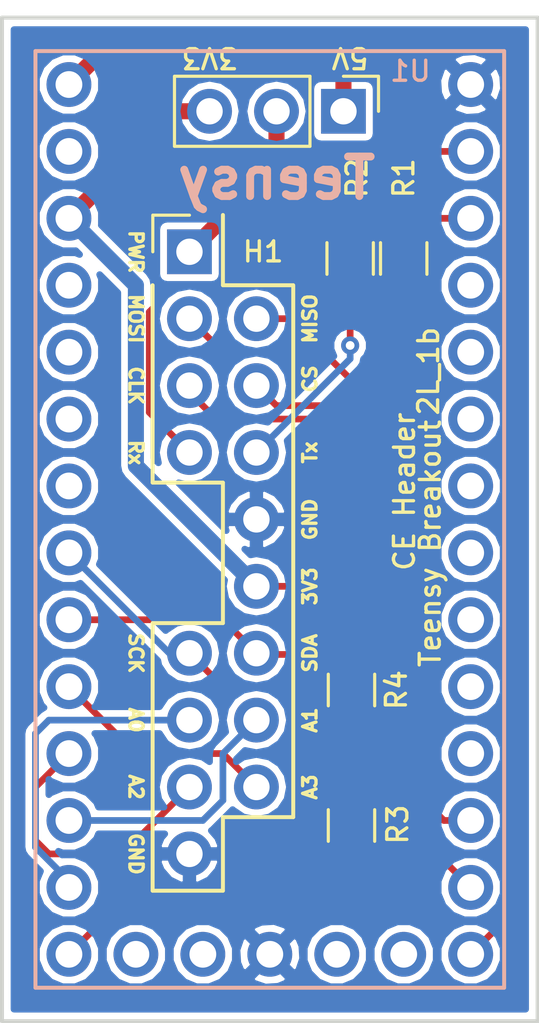
<source format=kicad_pcb>
(kicad_pcb (version 4) (host pcbnew 4.0.0-rc1-stable)

  (general
    (links 25)
    (no_connects 0)
    (area 95.174999 95.174999 115.645001 133.425001)
    (thickness 1.6)
    (drawings 26)
    (tracks 95)
    (zones 0)
    (modules 7)
    (nets 36)
  )

  (page A4)
  (layers
    (0 F.Cu signal)
    (31 B.Cu signal)
    (32 B.Adhes user)
    (33 F.Adhes user)
    (34 B.Paste user)
    (35 F.Paste user)
    (36 B.SilkS user)
    (37 F.SilkS user)
    (38 B.Mask user)
    (39 F.Mask user)
    (40 Dwgs.User user)
    (41 Cmts.User user)
    (42 Eco1.User user)
    (43 Eco2.User user)
    (44 Edge.Cuts user)
    (45 Margin user)
    (46 B.CrtYd user)
    (47 F.CrtYd user)
    (48 B.Fab user)
    (49 F.Fab user)
  )

  (setup
    (last_trace_width 0.254)
    (user_trace_width 0.254)
    (user_trace_width 0.3048)
    (user_trace_width 0.6096)
    (trace_clearance 0.1524)
    (zone_clearance 0.254)
    (zone_45_only no)
    (trace_min 0.1524)
    (segment_width 0.2)
    (edge_width 0.15)
    (via_size 0.6858)
    (via_drill 0.3302)
    (via_min_size 0.6858)
    (via_min_drill 0.3302)
    (uvia_size 0.3)
    (uvia_drill 0.1)
    (uvias_allowed no)
    (uvia_min_size 0.2)
    (uvia_min_drill 0.1)
    (pcb_text_width 0.3)
    (pcb_text_size 1.5 1.5)
    (mod_edge_width 0.15)
    (mod_text_size 0.762 0.762)
    (mod_text_width 0.127)
    (pad_size 1.524 1.524)
    (pad_drill 0.762)
    (pad_to_mask_clearance 0)
    (aux_axis_origin 0 0)
    (visible_elements 7FFEEFFF)
    (pcbplotparams
      (layerselection 0x010f0_80000001)
      (usegerberextensions false)
      (excludeedgelayer true)
      (linewidth 0.076200)
      (plotframeref false)
      (viasonmask false)
      (mode 1)
      (useauxorigin false)
      (hpglpennumber 1)
      (hpglpenspeed 20)
      (hpglpendiameter 15)
      (hpglpenoverlay 2)
      (psnegative false)
      (psa4output false)
      (plotreference true)
      (plotvalue false)
      (plotinvisibletext false)
      (padsonsilk false)
      (subtractmaskfromsilk false)
      (outputformat 1)
      (mirror false)
      (drillshape 0)
      (scaleselection 1)
      (outputdirectory gerbers/))
  )

  (net 0 "")
  (net 1 /5V)
  (net 2 /PWR_IO)
  (net 3 /3V3)
  (net 4 /DEVICE_RX)
  (net 5 /TEENCY_TX)
  (net 6 /TEENCY_RX)
  (net 7 /DEVICE_TX)
  (net 8 /SPI_CS)
  (net 9 /SPI_MOSI)
  (net 10 /SPI_MISO)
  (net 11 /SPI_CLK)
  (net 12 /AIO_0)
  (net 13 /AIO_1)
  (net 14 /AIO_2)
  (net 15 /AIO_3)
  (net 16 /I2C_DAT)
  (net 17 /I2C_SCLK)
  (net 18 /GND)
  (net 19 "Net-(U1-Pad2)")
  (net 20 "Net-(U1-Pad3)")
  (net 21 "Net-(U1-Pad4)")
  (net 22 "Net-(U1-Pad5)")
  (net 23 "Net-(U1-Pad6)")
  (net 24 "Net-(U1-Pad7)")
  (net 25 "Net-(U1-Pad8)")
  (net 26 "Net-(U1-Pad9)")
  (net 27 "Net-(U1-Pad20)")
  (net 28 "Net-(U1-Pad21)")
  (net 29 "Net-(U1-Pad22)")
  (net 30 "Net-(U1-Pad23)")
  (net 31 "Net-(U1-Pad25)")
  (net 32 "Net-(U1-Pad28)")
  (net 33 "Net-(U1-Pad29)")
  (net 34 "Net-(U1-Pad31)")
  (net 35 "Net-(U1-Pad32)")

  (net_class Default "This is the default net class."
    (clearance 0.1524)
    (trace_width 0.1524)
    (via_dia 0.6858)
    (via_drill 0.3302)
    (uvia_dia 0.3)
    (uvia_drill 0.1)
    (add_net /3V3)
    (add_net /5V)
    (add_net /AIO_0)
    (add_net /AIO_1)
    (add_net /AIO_2)
    (add_net /AIO_3)
    (add_net /DEVICE_RX)
    (add_net /DEVICE_TX)
    (add_net /GND)
    (add_net /I2C_DAT)
    (add_net /I2C_SCLK)
    (add_net /PWR_IO)
    (add_net /SPI_CLK)
    (add_net /SPI_CS)
    (add_net /SPI_MISO)
    (add_net /SPI_MOSI)
    (add_net /TEENCY_RX)
    (add_net /TEENCY_TX)
    (add_net "Net-(U1-Pad2)")
    (add_net "Net-(U1-Pad20)")
    (add_net "Net-(U1-Pad21)")
    (add_net "Net-(U1-Pad22)")
    (add_net "Net-(U1-Pad23)")
    (add_net "Net-(U1-Pad25)")
    (add_net "Net-(U1-Pad28)")
    (add_net "Net-(U1-Pad29)")
    (add_net "Net-(U1-Pad3)")
    (add_net "Net-(U1-Pad31)")
    (add_net "Net-(U1-Pad32)")
    (add_net "Net-(U1-Pad4)")
    (add_net "Net-(U1-Pad5)")
    (add_net "Net-(U1-Pad6)")
    (add_net "Net-(U1-Pad7)")
    (add_net "Net-(U1-Pad8)")
    (add_net "Net-(U1-Pad9)")
  )

  (module TeencyConverter:Pin_Header_Straight_1x03_Pitch2.54mm (layer F.Cu) (tedit 58DA1884) (tstamp 58DA168E)
    (at 108.204 98.806 270)
    (descr "Through hole straight pin header, 1x03, 2.54mm pitch, single row")
    (tags "Through hole pin header THT 1x03 2.54mm single row")
    (path /58C417C7)
    (fp_text reference P1 (at 2.54 5.842 360) (layer F.SilkS) hide
      (effects (font (size 0.762 0.762) (thickness 0.127)))
    )
    (fp_text value CONN_01X03 (at -2.54 2.54 360) (layer F.Fab)
      (effects (font (size 0.762 0.762) (thickness 0.127)))
    )
    (fp_line (start -1.27 -1.27) (end -1.27 6.35) (layer F.Fab) (width 0.1))
    (fp_line (start -1.27 6.35) (end 1.27 6.35) (layer F.Fab) (width 0.1))
    (fp_line (start 1.27 6.35) (end 1.27 -1.27) (layer F.Fab) (width 0.1))
    (fp_line (start 1.27 -1.27) (end -1.27 -1.27) (layer F.Fab) (width 0.1))
    (fp_line (start -1.33 1.27) (end -1.33 6.41) (layer F.SilkS) (width 0.12))
    (fp_line (start -1.33 6.41) (end 1.33 6.41) (layer F.SilkS) (width 0.12))
    (fp_line (start 1.33 6.41) (end 1.33 1.27) (layer F.SilkS) (width 0.12))
    (fp_line (start 1.33 1.27) (end -1.33 1.27) (layer F.SilkS) (width 0.12))
    (fp_line (start -1.33 0) (end -1.33 -1.33) (layer F.SilkS) (width 0.12))
    (fp_line (start -1.33 -1.33) (end 0 -1.33) (layer F.SilkS) (width 0.12))
    (fp_line (start -1.8 -1.8) (end -1.8 6.85) (layer F.CrtYd) (width 0.05))
    (fp_line (start -1.8 6.85) (end 1.8 6.85) (layer F.CrtYd) (width 0.05))
    (fp_line (start 1.8 6.85) (end 1.8 -1.8) (layer F.CrtYd) (width 0.05))
    (fp_line (start 1.8 -1.8) (end -1.8 -1.8) (layer F.CrtYd) (width 0.05))
    (pad 1 thru_hole rect (at 0 0 270) (size 1.7 1.7) (drill 1) (layers *.Cu *.Mask)
      (net 1 /5V))
    (pad 2 thru_hole oval (at 0 2.54 270) (size 1.7 1.7) (drill 1) (layers *.Cu *.Mask)
      (net 2 /PWR_IO))
    (pad 3 thru_hole oval (at 0 5.08 270) (size 1.7 1.7) (drill 1) (layers *.Cu *.Mask)
      (net 3 /3V3))
    (model ${KISYS3DMOD}/Pin_Headers.3dshapes/Pin_Header_Straight_1x03_Pitch2.54mm.wrl
      (at (xyz 0 -0.1 0))
      (scale (xyz 1 1 1))
      (rotate (xyz 0 0 90))
    )
  )

  (module Resistors_SMD:R_0805_HandSoldering (layer F.Cu) (tedit 58DA15D3) (tstamp 58DA1694)
    (at 110.49 104.394 90)
    (descr "Resistor SMD 0805, hand soldering")
    (tags "resistor 0805")
    (path /58D8069B)
    (attr smd)
    (fp_text reference R1 (at 3.048 0 90) (layer F.SilkS)
      (effects (font (size 0.762 0.762) (thickness 0.127)))
    )
    (fp_text value R (at 0 1.75 90) (layer F.Fab)
      (effects (font (size 0.762 0.762) (thickness 0.127)))
    )
    (fp_text user %R (at 0 -1.7 90) (layer F.Fab)
      (effects (font (size 0.762 0.762) (thickness 0.127)))
    )
    (fp_line (start -1 0.62) (end -1 -0.62) (layer F.Fab) (width 0.1))
    (fp_line (start 1 0.62) (end -1 0.62) (layer F.Fab) (width 0.1))
    (fp_line (start 1 -0.62) (end 1 0.62) (layer F.Fab) (width 0.1))
    (fp_line (start -1 -0.62) (end 1 -0.62) (layer F.Fab) (width 0.1))
    (fp_line (start 0.6 0.88) (end -0.6 0.88) (layer F.SilkS) (width 0.12))
    (fp_line (start -0.6 -0.88) (end 0.6 -0.88) (layer F.SilkS) (width 0.12))
    (fp_line (start -2.35 -0.9) (end 2.35 -0.9) (layer F.CrtYd) (width 0.05))
    (fp_line (start -2.35 -0.9) (end -2.35 0.9) (layer F.CrtYd) (width 0.05))
    (fp_line (start 2.35 0.9) (end 2.35 -0.9) (layer F.CrtYd) (width 0.05))
    (fp_line (start 2.35 0.9) (end -2.35 0.9) (layer F.CrtYd) (width 0.05))
    (pad 1 smd rect (at -1.35 0 90) (size 1.5 1.3) (layers F.Cu F.Paste F.Mask)
      (net 4 /DEVICE_RX))
    (pad 2 smd rect (at 1.35 0 90) (size 1.5 1.3) (layers F.Cu F.Paste F.Mask)
      (net 5 /TEENCY_TX))
    (model Resistors_SMD.3dshapes/R_0805.wrl
      (at (xyz 0 0 0))
      (scale (xyz 1 1 1))
      (rotate (xyz 0 0 0))
    )
  )

  (module Resistors_SMD:R_0805_HandSoldering (layer F.Cu) (tedit 58DA15D7) (tstamp 58DA169A)
    (at 108.458 104.394 270)
    (descr "Resistor SMD 0805, hand soldering")
    (tags "resistor 0805")
    (path /58D80714)
    (attr smd)
    (fp_text reference R2 (at -3.048 -0.254 270) (layer F.SilkS)
      (effects (font (size 0.762 0.762) (thickness 0.127)))
    )
    (fp_text value R (at 0 1.75 270) (layer F.Fab)
      (effects (font (size 0.762 0.762) (thickness 0.127)))
    )
    (fp_text user %R (at 0 -1.7 270) (layer F.Fab)
      (effects (font (size 0.762 0.762) (thickness 0.127)))
    )
    (fp_line (start -1 0.62) (end -1 -0.62) (layer F.Fab) (width 0.1))
    (fp_line (start 1 0.62) (end -1 0.62) (layer F.Fab) (width 0.1))
    (fp_line (start 1 -0.62) (end 1 0.62) (layer F.Fab) (width 0.1))
    (fp_line (start -1 -0.62) (end 1 -0.62) (layer F.Fab) (width 0.1))
    (fp_line (start 0.6 0.88) (end -0.6 0.88) (layer F.SilkS) (width 0.12))
    (fp_line (start -0.6 -0.88) (end 0.6 -0.88) (layer F.SilkS) (width 0.12))
    (fp_line (start -2.35 -0.9) (end 2.35 -0.9) (layer F.CrtYd) (width 0.05))
    (fp_line (start -2.35 -0.9) (end -2.35 0.9) (layer F.CrtYd) (width 0.05))
    (fp_line (start 2.35 0.9) (end 2.35 -0.9) (layer F.CrtYd) (width 0.05))
    (fp_line (start 2.35 0.9) (end -2.35 0.9) (layer F.CrtYd) (width 0.05))
    (pad 1 smd rect (at -1.35 0 270) (size 1.5 1.3) (layers F.Cu F.Paste F.Mask)
      (net 6 /TEENCY_RX))
    (pad 2 smd rect (at 1.35 0 270) (size 1.5 1.3) (layers F.Cu F.Paste F.Mask)
      (net 7 /DEVICE_TX))
    (model Resistors_SMD.3dshapes/R_0805.wrl
      (at (xyz 0 0 0))
      (scale (xyz 1 1 1))
      (rotate (xyz 0 0 0))
    )
  )

  (module TeencyConverter:Teensy-32 (layer B.Cu) (tedit 58DA18A6) (tstamp 58DA16BF)
    (at 105.41 113.03 180)
    (path /58D95B37)
    (fp_text reference U1 (at -5.334 15.748 180) (layer B.SilkS)
      (effects (font (size 0.762 0.762) (thickness 0.127)) (justify mirror))
    )
    (fp_text value Teensy-3.2 (at 0 17.78 180) (layer B.Fab)
      (effects (font (size 0.762 0.762) (thickness 0.127)) (justify mirror))
    )
    (fp_line (start -8.89 16.51) (end 8.89 16.51) (layer B.SilkS) (width 0.15))
    (fp_line (start 8.89 16.51) (end 8.89 -19.05) (layer B.SilkS) (width 0.15))
    (fp_line (start 8.89 -19.05) (end -8.89 -19.05) (layer B.SilkS) (width 0.15))
    (fp_line (start -8.89 -19.05) (end -8.89 16.51) (layer B.SilkS) (width 0.15))
    (pad 0 thru_hole circle (at -7.62 12.7 180) (size 1.7018 1.7018) (drill 1.016) (layers *.Cu *.Mask)
      (net 6 /TEENCY_RX))
    (pad 1 thru_hole circle (at -7.62 10.16 180) (size 1.7018 1.7018) (drill 1.016) (layers *.Cu *.Mask)
      (net 5 /TEENCY_TX))
    (pad 2 thru_hole circle (at -7.62 7.62 180) (size 1.7018 1.7018) (drill 1.016) (layers *.Cu *.Mask)
      (net 19 "Net-(U1-Pad2)"))
    (pad 3 thru_hole circle (at -7.62 5.08 180) (size 1.7018 1.7018) (drill 1.016) (layers *.Cu *.Mask)
      (net 20 "Net-(U1-Pad3)"))
    (pad 4 thru_hole circle (at -7.62 2.54 180) (size 1.7018 1.7018) (drill 1.016) (layers *.Cu *.Mask)
      (net 21 "Net-(U1-Pad4)"))
    (pad 5 thru_hole circle (at -7.62 0 180) (size 1.7018 1.7018) (drill 1.016) (layers *.Cu *.Mask)
      (net 22 "Net-(U1-Pad5)"))
    (pad 6 thru_hole circle (at -7.62 -2.54 180) (size 1.7018 1.7018) (drill 1.016) (layers *.Cu *.Mask)
      (net 23 "Net-(U1-Pad6)"))
    (pad 7 thru_hole circle (at -7.62 -5.08 180) (size 1.7018 1.7018) (drill 1.016) (layers *.Cu *.Mask)
      (net 24 "Net-(U1-Pad7)"))
    (pad 8 thru_hole circle (at -7.62 -7.62 180) (size 1.7018 1.7018) (drill 1.016) (layers *.Cu *.Mask)
      (net 25 "Net-(U1-Pad8)"))
    (pad 9 thru_hole circle (at -7.62 -10.16 180) (size 1.7018 1.7018) (drill 1.016) (layers *.Cu *.Mask)
      (net 26 "Net-(U1-Pad9)"))
    (pad 10 thru_hole circle (at -7.62 -12.7 180) (size 1.7018 1.7018) (drill 1.016) (layers *.Cu *.Mask)
      (net 8 /SPI_CS))
    (pad 11 thru_hole circle (at -7.62 -15.24 180) (size 1.7018 1.7018) (drill 1.016) (layers *.Cu *.Mask)
      (net 9 /SPI_MOSI))
    (pad 12 thru_hole circle (at -7.62 -17.78 180) (size 1.7018 1.7018) (drill 1.016) (layers *.Cu *.Mask)
      (net 10 /SPI_MISO))
    (pad 13 thru_hole circle (at 7.62 -17.78 180) (size 1.7018 1.7018) (drill 1.016) (layers *.Cu *.Mask)
      (net 11 /SPI_CLK))
    (pad 14 thru_hole circle (at 7.62 -15.24 180) (size 1.7018 1.7018) (drill 1.016) (layers *.Cu *.Mask)
      (net 12 /AIO_0))
    (pad 15 thru_hole circle (at 7.62 -12.7 180) (size 1.7018 1.7018) (drill 1.016) (layers *.Cu *.Mask)
      (net 13 /AIO_1))
    (pad 16 thru_hole circle (at 7.62 -10.16 180) (size 1.7018 1.7018) (drill 1.016) (layers *.Cu *.Mask)
      (net 14 /AIO_2))
    (pad 17 thru_hole circle (at 7.62 -7.62 180) (size 1.7018 1.7018) (drill 1.016) (layers *.Cu *.Mask)
      (net 15 /AIO_3))
    (pad 18 thru_hole circle (at 7.62 -5.08 180) (size 1.7018 1.7018) (drill 1.016) (layers *.Cu *.Mask)
      (net 16 /I2C_DAT))
    (pad 19 thru_hole circle (at 7.62 -2.54 180) (size 1.7018 1.7018) (drill 1.016) (layers *.Cu *.Mask)
      (net 17 /I2C_SCLK))
    (pad 20 thru_hole circle (at 7.62 0 180) (size 1.7018 1.7018) (drill 1.016) (layers *.Cu *.Mask)
      (net 27 "Net-(U1-Pad20)"))
    (pad 21 thru_hole circle (at 7.62 2.54 180) (size 1.7018 1.7018) (drill 1.016) (layers *.Cu *.Mask)
      (net 28 "Net-(U1-Pad21)"))
    (pad 22 thru_hole circle (at 7.62 5.08 180) (size 1.7018 1.7018) (drill 1.016) (layers *.Cu *.Mask)
      (net 29 "Net-(U1-Pad22)"))
    (pad 23 thru_hole circle (at 7.62 7.62 180) (size 1.7018 1.7018) (drill 1.016) (layers *.Cu *.Mask)
      (net 30 "Net-(U1-Pad23)"))
    (pad 24 thru_hole circle (at 7.62 10.16 180) (size 1.7018 1.7018) (drill 1.016) (layers *.Cu *.Mask)
      (net 3 /3V3))
    (pad 25 thru_hole circle (at 7.62 12.7 180) (size 1.7018 1.7018) (drill 1.016) (layers *.Cu *.Mask)
      (net 31 "Net-(U1-Pad25)"))
    (pad 26 thru_hole circle (at 7.62 15.24 180) (size 1.7018 1.7018) (drill 1.016) (layers *.Cu *.Mask)
      (net 1 /5V))
    (pad 27 thru_hole circle (at -7.62 15.24 180) (size 1.7018 1.7018) (drill 1.016) (layers *.Cu *.Mask)
      (net 18 /GND))
    (pad 28 thru_hole circle (at -5.08 -17.78 180) (size 1.7018 1.7018) (drill 1.016) (layers *.Cu *.Mask)
      (net 32 "Net-(U1-Pad28)"))
    (pad 29 thru_hole circle (at -2.54 -17.78 180) (size 1.7018 1.7018) (drill 1.016) (layers *.Cu *.Mask)
      (net 33 "Net-(U1-Pad29)"))
    (pad 30 thru_hole circle (at 0 -17.78 180) (size 1.7018 1.7018) (drill 1.016) (layers *.Cu *.Mask)
      (net 18 /GND))
    (pad 31 thru_hole circle (at 2.54 -17.78 180) (size 1.7018 1.7018) (drill 1.016) (layers *.Cu *.Mask)
      (net 34 "Net-(U1-Pad31)"))
    (pad 32 thru_hole circle (at 5.08 -17.78 180) (size 1.7018 1.7018) (drill 1.016) (layers *.Cu *.Mask)
      (net 35 "Net-(U1-Pad32)"))
  )

  (module CE_Header:CE_Header (layer F.Cu) (tedit 58DA1876) (tstamp 58DA1A29)
    (at 102.362 104.14)
    (descr "CE Header, 2.54mm pitch")
    (tags "CE Header, THT 2x10 2.54mm")
    (path /58DA1984)
    (fp_text reference H1 (at 2.794 0) (layer F.SilkS)
      (effects (font (size 0.762 0.762) (thickness 0.127)))
    )
    (fp_text value CE_Header (at 1.27 25.25) (layer F.Fab)
      (effects (font (size 0.762 0.762) (thickness 0.127)))
    )
    (fp_line (start -1.397 24.257) (end -1.397 14.097) (layer F.SilkS) (width 0.15))
    (fp_line (start -1.397 14.097) (end 1.27 14.097) (layer F.SilkS) (width 0.15))
    (fp_line (start 1.27 14.097) (end 1.27 8.763) (layer F.SilkS) (width 0.15))
    (fp_line (start 1.27 8.763) (end -1.397 8.763) (layer F.SilkS) (width 0.15))
    (fp_line (start -1.397 8.763) (end -1.397 1.27) (layer F.SilkS) (width 0.15))
    (fp_line (start 1.27 24.257) (end -1.397 24.257) (layer F.SilkS) (width 0.15))
    (fp_line (start 3.937 1.27) (end 3.937 21.463) (layer F.SilkS) (width 0.15))
    (fp_line (start 3.937 21.463) (end 1.27 21.463) (layer F.SilkS) (width 0.15))
    (fp_line (start 1.27 21.463) (end 1.27 24.257) (layer F.SilkS) (width 0.15))
    (fp_line (start 3.93 1.27) (end 1.27 1.27) (layer F.SilkS) (width 0.15))
    (fp_line (start 1.27 1.27) (end 1.27 -1.397) (layer F.SilkS) (width 0.15))
    (fp_line (start -1.27 -1.27) (end -1.27 24.13) (layer F.Fab) (width 0.1))
    (fp_line (start -1.27 24.13) (end 3.81 24.13) (layer F.Fab) (width 0.1))
    (fp_line (start 3.81 24.13) (end 3.81 -1.27) (layer F.Fab) (width 0.1))
    (fp_line (start 3.81 -1.27) (end -1.27 -1.27) (layer F.Fab) (width 0.1))
    (fp_line (start -1.39 0) (end -1.39 -1.39) (layer F.SilkS) (width 0.12))
    (fp_line (start -1.39 -1.39) (end 0 -1.39) (layer F.SilkS) (width 0.12))
    (fp_line (start -1.6 -1.6) (end -1.6 24.4) (layer F.CrtYd) (width 0.05))
    (fp_line (start -1.6 24.4) (end 4.1 24.4) (layer F.CrtYd) (width 0.05))
    (fp_line (start 4.1 24.4) (end 4.1 -1.6) (layer F.CrtYd) (width 0.05))
    (fp_line (start 4.1 -1.6) (end -1.6 -1.6) (layer F.CrtYd) (width 0.05))
    (pad 1 thru_hole rect (at 0 0) (size 1.7 1.7) (drill 1) (layers *.Cu *.Mask)
      (net 2 /PWR_IO))
    (pad 3 thru_hole oval (at 0 2.54) (size 1.7 1.7) (drill 1) (layers *.Cu *.Mask)
      (net 9 /SPI_MOSI))
    (pad 4 thru_hole oval (at 2.54 2.54) (size 1.7 1.7) (drill 1) (layers *.Cu *.Mask)
      (net 10 /SPI_MISO))
    (pad 5 thru_hole oval (at 0 5.08) (size 1.7 1.7) (drill 1) (layers *.Cu *.Mask)
      (net 11 /SPI_CLK))
    (pad 6 thru_hole oval (at 2.54 5.08) (size 1.7 1.7) (drill 1) (layers *.Cu *.Mask)
      (net 8 /SPI_CS))
    (pad 7 thru_hole oval (at 0 7.62) (size 1.7 1.7) (drill 1) (layers *.Cu *.Mask)
      (net 4 /DEVICE_RX))
    (pad 8 thru_hole oval (at 2.54 7.62) (size 1.7 1.7) (drill 1) (layers *.Cu *.Mask)
      (net 7 /DEVICE_TX))
    (pad 10 thru_hole oval (at 2.54 10.16) (size 1.7 1.7) (drill 1) (layers *.Cu *.Mask)
      (net 18 /GND))
    (pad 12 thru_hole oval (at 2.54 12.7) (size 1.7 1.7) (drill 1) (layers *.Cu *.Mask)
      (net 3 /3V3))
    (pad 13 thru_hole oval (at 0 15.24) (size 1.7 1.7) (drill 1) (layers *.Cu *.Mask)
      (net 17 /I2C_SCLK))
    (pad 14 thru_hole oval (at 2.54 15.24) (size 1.7 1.7) (drill 1) (layers *.Cu *.Mask)
      (net 16 /I2C_DAT))
    (pad 15 thru_hole oval (at 0 17.78) (size 1.7 1.7) (drill 1) (layers *.Cu *.Mask)
      (net 12 /AIO_0))
    (pad 16 thru_hole oval (at 2.54 17.78) (size 1.7 1.7) (drill 1) (layers *.Cu *.Mask)
      (net 13 /AIO_1))
    (pad 17 thru_hole oval (at 0 20.32) (size 1.7 1.7) (drill 1) (layers *.Cu *.Mask)
      (net 14 /AIO_2))
    (pad 18 thru_hole oval (at 2.54 20.32) (size 1.7 1.7) (drill 1) (layers *.Cu *.Mask)
      (net 15 /AIO_3))
    (pad 19 thru_hole oval (at 0 22.86) (size 1.7 1.7) (drill 1) (layers *.Cu *.Mask)
      (net 18 /GND))
    (model D:/pcbs/CE_Header/CE_Header/lib/3d/CE_Header_Socket.wrl
      (at (xyz 0.05 -0.45 0))
      (scale (xyz 1 1 1))
      (rotate (xyz 0 0 90))
    )
  )

  (module Resistors_SMD:R_0805_HandSoldering (layer F.Cu) (tedit 593430F9) (tstamp 59343040)
    (at 108.5088 125.9205 90)
    (descr "Resistor SMD 0805, hand soldering")
    (tags "resistor 0805")
    (path /593430C7)
    (attr smd)
    (fp_text reference R3 (at 0.0381 1.7526 90) (layer F.SilkS)
      (effects (font (size 0.762 0.762) (thickness 0.127)))
    )
    (fp_text value 4.7kΩ (at 0 1.75 90) (layer F.Fab)
      (effects (font (size 0.762 0.762) (thickness 0.127)))
    )
    (fp_text user %R (at 0 0 90) (layer F.Fab)
      (effects (font (size 0.762 0.762) (thickness 0.127)))
    )
    (fp_line (start -1 0.62) (end -1 -0.62) (layer F.Fab) (width 0.1))
    (fp_line (start 1 0.62) (end -1 0.62) (layer F.Fab) (width 0.1))
    (fp_line (start 1 -0.62) (end 1 0.62) (layer F.Fab) (width 0.1))
    (fp_line (start -1 -0.62) (end 1 -0.62) (layer F.Fab) (width 0.1))
    (fp_line (start 0.6 0.88) (end -0.6 0.88) (layer F.SilkS) (width 0.12))
    (fp_line (start -0.6 -0.88) (end 0.6 -0.88) (layer F.SilkS) (width 0.12))
    (fp_line (start -2.35 -0.9) (end 2.35 -0.9) (layer F.CrtYd) (width 0.05))
    (fp_line (start -2.35 -0.9) (end -2.35 0.9) (layer F.CrtYd) (width 0.05))
    (fp_line (start 2.35 0.9) (end 2.35 -0.9) (layer F.CrtYd) (width 0.05))
    (fp_line (start 2.35 0.9) (end -2.35 0.9) (layer F.CrtYd) (width 0.05))
    (pad 1 smd rect (at -1.35 0 90) (size 1.5 1.3) (layers F.Cu F.Paste F.Mask)
      (net 17 /I2C_SCLK))
    (pad 2 smd rect (at 1.35 0 90) (size 1.5 1.3) (layers F.Cu F.Paste F.Mask)
      (net 3 /3V3))
    (model ${KISYS3DMOD}/Resistors_SMD.3dshapes/R_0805.wrl
      (at (xyz 0 0 0))
      (scale (xyz 1 1 1))
      (rotate (xyz 0 0 0))
    )
  )

  (module Resistors_SMD:R_0805_HandSoldering (layer F.Cu) (tedit 58E0A804) (tstamp 59343046)
    (at 108.5088 120.777 270)
    (descr "Resistor SMD 0805, hand soldering")
    (tags "resistor 0805")
    (path /593431DC)
    (attr smd)
    (fp_text reference R4 (at 0 -1.7 270) (layer F.SilkS)
      (effects (font (size 0.762 0.762) (thickness 0.127)))
    )
    (fp_text value 4.7kΩ (at 0 1.75 270) (layer F.Fab)
      (effects (font (size 0.762 0.762) (thickness 0.127)))
    )
    (fp_text user %R (at 0 0 270) (layer F.Fab)
      (effects (font (size 0.762 0.762) (thickness 0.127)))
    )
    (fp_line (start -1 0.62) (end -1 -0.62) (layer F.Fab) (width 0.1))
    (fp_line (start 1 0.62) (end -1 0.62) (layer F.Fab) (width 0.1))
    (fp_line (start 1 -0.62) (end 1 0.62) (layer F.Fab) (width 0.1))
    (fp_line (start -1 -0.62) (end 1 -0.62) (layer F.Fab) (width 0.1))
    (fp_line (start 0.6 0.88) (end -0.6 0.88) (layer F.SilkS) (width 0.12))
    (fp_line (start -0.6 -0.88) (end 0.6 -0.88) (layer F.SilkS) (width 0.12))
    (fp_line (start -2.35 -0.9) (end 2.35 -0.9) (layer F.CrtYd) (width 0.05))
    (fp_line (start -2.35 -0.9) (end -2.35 0.9) (layer F.CrtYd) (width 0.05))
    (fp_line (start 2.35 0.9) (end 2.35 -0.9) (layer F.CrtYd) (width 0.05))
    (fp_line (start 2.35 0.9) (end -2.35 0.9) (layer F.CrtYd) (width 0.05))
    (pad 1 smd rect (at -1.35 0 270) (size 1.5 1.3) (layers F.Cu F.Paste F.Mask)
      (net 16 /I2C_DAT))
    (pad 2 smd rect (at 1.35 0 270) (size 1.5 1.3) (layers F.Cu F.Paste F.Mask)
      (net 3 /3V3))
    (model ${KISYS3DMOD}/Resistors_SMD.3dshapes/R_0805.wrl
      (at (xyz 0 0 0))
      (scale (xyz 1 1 1))
      (rotate (xyz 0 0 0))
    )
  )

  (gr_text "Teensy Breakout" (at 111.4933 115.2144 90) (layer F.SilkS)
    (effects (font (size 0.762 0.762) (thickness 0.127)))
  )
  (gr_text Teensy (at 105.664 101.346) (layer B.SilkS)
    (effects (font (size 1.5 1.5) (thickness 0.3)) (justify mirror))
  )
  (gr_text PWR (at 100.33 104.14 270) (layer F.SilkS)
    (effects (font (size 0.508 0.508) (thickness 0.127)))
  )
  (gr_text MOSI (at 100.33 106.68 270) (layer F.SilkS)
    (effects (font (size 0.508 0.508) (thickness 0.127)))
  )
  (gr_text CLK (at 100.33 109.22 270) (layer F.SilkS)
    (effects (font (size 0.508 0.508) (thickness 0.127)))
  )
  (gr_text Rx (at 100.33 111.76 270) (layer F.SilkS)
    (effects (font (size 0.508 0.508) (thickness 0.127)))
  )
  (gr_text SCK (at 100.33 119.38 270) (layer F.SilkS)
    (effects (font (size 0.508 0.508) (thickness 0.127)))
  )
  (gr_text A0 (at 100.33 121.92 270) (layer F.SilkS)
    (effects (font (size 0.508 0.508) (thickness 0.127)))
  )
  (gr_text A2 (at 100.33 124.46 270) (layer F.SilkS)
    (effects (font (size 0.508 0.508) (thickness 0.127)))
  )
  (gr_text GND (at 100.33 127 270) (layer F.SilkS)
    (effects (font (size 0.508 0.508) (thickness 0.127)))
  )
  (gr_text A3 (at 106.934 124.46 90) (layer F.SilkS)
    (effects (font (size 0.508 0.508) (thickness 0.127)))
  )
  (gr_text A1 (at 106.934 121.92 90) (layer F.SilkS)
    (effects (font (size 0.508 0.508) (thickness 0.127)))
  )
  (gr_text SDA (at 106.934 119.38 90) (layer F.SilkS)
    (effects (font (size 0.508 0.508) (thickness 0.127)))
  )
  (gr_text 3V3 (at 106.934 116.84 90) (layer F.SilkS)
    (effects (font (size 0.508 0.508) (thickness 0.127)))
  )
  (gr_text GND (at 106.934 114.3 90) (layer F.SilkS)
    (effects (font (size 0.508 0.508) (thickness 0.127)))
  )
  (gr_text Tx (at 106.934 111.76 90) (layer F.SilkS)
    (effects (font (size 0.508 0.508) (thickness 0.127)))
  )
  (gr_text CS (at 106.934 108.966 90) (layer F.SilkS)
    (effects (font (size 0.508 0.508) (thickness 0.127)))
  )
  (gr_text MISO (at 106.934 106.68 90) (layer F.SilkS)
    (effects (font (size 0.508 0.508) (thickness 0.127)))
  )
  (gr_text 2L_1b (at 111.4298 108.6739 90) (layer F.SilkS)
    (effects (font (size 0.762 0.762) (thickness 0.127)))
  )
  (gr_text "CE Header" (at 110.5154 113.2459 90) (layer F.SilkS)
    (effects (font (size 0.762 0.762) (thickness 0.127)))
  )
  (gr_text 3V3 (at 103.124 96.774 180) (layer F.SilkS)
    (effects (font (size 0.762 0.762) (thickness 0.127)))
  )
  (gr_text 5V (at 108.458 96.774 180) (layer F.SilkS)
    (effects (font (size 0.762 0.762) (thickness 0.127)))
  )
  (gr_line (start 95.25 133.35) (end 95.25 95.25) (angle 90) (layer Edge.Cuts) (width 0.15))
  (gr_line (start 115.57 133.35) (end 95.25 133.35) (angle 90) (layer Edge.Cuts) (width 0.15))
  (gr_line (start 115.57 95.25) (end 115.57 133.35) (angle 90) (layer Edge.Cuts) (width 0.15))
  (gr_line (start 95.25 95.25) (end 115.57 95.25) (angle 90) (layer Edge.Cuts) (width 0.15))

  (segment (start 97.79 97.79) (end 99.314 96.266) (width 0.6096) (layer F.Cu) (net 1))
  (segment (start 108.204 97.282) (end 108.204 98.806) (width 0.6096) (layer F.Cu) (net 1) (tstamp 58DA0784))
  (segment (start 107.188 96.266) (end 108.204 97.282) (width 0.6096) (layer F.Cu) (net 1) (tstamp 58DA0783))
  (segment (start 99.314 96.266) (end 107.188 96.266) (width 0.6096) (layer F.Cu) (net 1) (tstamp 58DA0780))
  (segment (start 102.362 104.14) (end 105.664 100.838) (width 0.6096) (layer F.Cu) (net 2))
  (segment (start 105.664 100.838) (end 105.664 98.806) (width 0.6096) (layer F.Cu) (net 2) (tstamp 58DA07BC))
  (segment (start 108.5088 122.127) (end 109.6099 122.127) (width 0.254) (layer F.Cu) (net 3))
  (segment (start 108.4453 116.84) (end 104.902 116.84) (width 0.254) (layer F.Cu) (net 3) (tstamp 593430C7))
  (segment (start 110.083598 118.478298) (end 108.4453 116.84) (width 0.254) (layer F.Cu) (net 3) (tstamp 593430C6))
  (segment (start 110.083598 121.653302) (end 110.083598 118.478298) (width 0.254) (layer F.Cu) (net 3) (tstamp 593430C0))
  (segment (start 109.6099 122.127) (end 110.083598 121.653302) (width 0.254) (layer F.Cu) (net 3) (tstamp 593430B7))
  (segment (start 108.5088 124.5705) (end 108.5088 122.127) (width 0.6096) (layer F.Cu) (net 3))
  (segment (start 101.854 98.806) (end 103.124 98.806) (width 0.6096) (layer F.Cu) (net 3) (tstamp 58DA07B9))
  (segment (start 100.33 112.268) (end 104.902 116.84) (width 0.6096) (layer B.Cu) (net 3) (tstamp 58DA0BE0))
  (segment (start 97.79 102.87) (end 100.33 105.41) (width 0.6096) (layer B.Cu) (net 3))
  (segment (start 100.33 105.41) (end 100.33 112.268) (width 0.6096) (layer B.Cu) (net 3) (tstamp 58DA0BDA))
  (segment (start 97.79 102.87) (end 101.854 98.806) (width 0.6096) (layer F.Cu) (net 3))
  (segment (start 110.49 105.744) (end 110.49 104.902) (width 0.254) (layer F.Cu) (net 4))
  (segment (start 100.838 110.236) (end 102.362 111.76) (width 0.254) (layer F.Cu) (net 4) (tstamp 58DA0818))
  (segment (start 100.838 106.426) (end 100.838 110.236) (width 0.254) (layer F.Cu) (net 4) (tstamp 58DA0816))
  (segment (start 101.854 105.41) (end 100.838 106.426) (width 0.254) (layer F.Cu) (net 4) (tstamp 58DA0814))
  (segment (start 103.632 105.41) (end 101.854 105.41) (width 0.254) (layer F.Cu) (net 4) (tstamp 58DA0812))
  (segment (start 104.648 104.394) (end 103.632 105.41) (width 0.254) (layer F.Cu) (net 4) (tstamp 58DA080E))
  (segment (start 109.982 104.394) (end 104.648 104.394) (width 0.254) (layer F.Cu) (net 4) (tstamp 58DA080D))
  (segment (start 110.49 104.902) (end 109.982 104.394) (width 0.254) (layer F.Cu) (net 4) (tstamp 58DA080C))
  (segment (start 113.03 102.87) (end 110.664 102.87) (width 0.254) (layer F.Cu) (net 5))
  (segment (start 110.664 102.87) (end 110.49 103.044) (width 0.254) (layer F.Cu) (net 5) (tstamp 58DA07EE))
  (segment (start 108.458 102.108) (end 108.458 103.044) (width 0.254) (layer F.Cu) (net 6) (tstamp 58DA0809))
  (segment (start 110.236 100.33) (end 108.458 102.108) (width 0.254) (layer F.Cu) (net 6) (tstamp 58DA0807))
  (segment (start 113.03 100.33) (end 110.236 100.33) (width 0.254) (layer F.Cu) (net 6))
  (segment (start 108.458 105.744) (end 108.458 107.696) (width 0.254) (layer F.Cu) (net 7))
  (segment (start 108.458 108.204) (end 104.902 111.76) (width 0.254) (layer B.Cu) (net 7) (tstamp 58DA0830))
  (segment (start 108.458 107.696) (end 108.458 108.204) (width 0.254) (layer B.Cu) (net 7) (tstamp 58DA082F))
  (via (at 108.458 107.696) (size 0.6858) (drill 0.3302) (layers F.Cu B.Cu) (net 7))
  (segment (start 105.664 109.982) (end 104.902 109.22) (width 0.254) (layer F.Cu) (net 8) (tstamp 58DA0AC6))
  (segment (start 109.982 109.982) (end 105.664 109.982) (width 0.254) (layer F.Cu) (net 8) (tstamp 58DA0AC3))
  (segment (start 111.506 111.506) (end 109.982 109.982) (width 0.254) (layer F.Cu) (net 8) (tstamp 58DA0ABF))
  (segment (start 111.506 125.222) (end 111.506 111.506) (width 0.254) (layer F.Cu) (net 8) (tstamp 58DA0ABD))
  (segment (start 105.41 109.728) (end 104.902 109.22) (width 0.254) (layer F.Cu) (net 8) (tstamp 58DA0AA8))
  (segment (start 113.03 125.73) (end 112.014 125.73) (width 0.254) (layer F.Cu) (net 8))
  (segment (start 112.014 125.73) (end 111.506 125.222) (width 0.254) (layer F.Cu) (net 8) (tstamp 58DA0ABC))
  (segment (start 103.632 107.95) (end 102.362 106.68) (width 0.254) (layer F.Cu) (net 9) (tstamp 58DA0AFB))
  (segment (start 103.632 109.982) (end 103.632 107.95) (width 0.254) (layer F.Cu) (net 9) (tstamp 58DA0AF9))
  (segment (start 104.14 110.49) (end 103.632 109.982) (width 0.254) (layer F.Cu) (net 9) (tstamp 58DA0AF6))
  (segment (start 109.728 110.49) (end 104.14 110.49) (width 0.254) (layer F.Cu) (net 9) (tstamp 58DA0AF0))
  (segment (start 113.03 128.27) (end 110.998 126.238) (width 0.254) (layer F.Cu) (net 9))
  (segment (start 110.998 126.238) (end 110.998 111.76) (width 0.254) (layer F.Cu) (net 9) (tstamp 58DA0AE2))
  (segment (start 110.998 111.76) (end 109.728 110.49) (width 0.254) (layer F.Cu) (net 9) (tstamp 58DA0AE9))
  (segment (start 104.902 106.68) (end 106.172 106.68) (width 0.254) (layer F.Cu) (net 10))
  (segment (start 106.172 106.68) (end 108.712 109.22) (width 0.254) (layer F.Cu) (net 10) (tstamp 58DA0A77))
  (segment (start 108.712 109.22) (end 113.792 109.22) (width 0.254) (layer F.Cu) (net 10) (tstamp 58DA0A7B))
  (segment (start 113.792 109.22) (end 114.554 109.982) (width 0.254) (layer F.Cu) (net 10) (tstamp 58DA0A82))
  (segment (start 114.554 129.286) (end 113.03 130.81) (width 0.254) (layer F.Cu) (net 10) (tstamp 58DA0A8A))
  (segment (start 114.554 109.982) (end 114.554 129.286) (width 0.254) (layer F.Cu) (net 10) (tstamp 58DA0A85))
  (segment (start 102.362 109.22) (end 102.362 109.728) (width 0.254) (layer F.Cu) (net 11))
  (segment (start 97.79 130.81) (end 99.314 129.286) (width 0.254) (layer F.Cu) (net 11))
  (segment (start 99.314 129.286) (end 109.22 129.286) (width 0.254) (layer F.Cu) (net 11) (tstamp 58DA0B04))
  (segment (start 109.22 129.286) (end 110.49 128.016) (width 0.254) (layer F.Cu) (net 11) (tstamp 58DA0B09))
  (segment (start 110.49 128.016) (end 110.49 112.014) (width 0.254) (layer F.Cu) (net 11) (tstamp 58DA0B0B))
  (segment (start 110.49 112.014) (end 109.474 110.998) (width 0.254) (layer F.Cu) (net 11) (tstamp 58DA0B0F))
  (segment (start 109.474 110.998) (end 107.696 110.998) (width 0.254) (layer F.Cu) (net 11) (tstamp 58DA0B10))
  (segment (start 107.696 110.998) (end 105.664 113.03) (width 0.254) (layer F.Cu) (net 11) (tstamp 58DA0B14))
  (segment (start 105.664 113.03) (end 104.394 113.03) (width 0.254) (layer F.Cu) (net 11) (tstamp 58DA0B17))
  (segment (start 104.394 113.03) (end 103.632 112.268) (width 0.254) (layer F.Cu) (net 11) (tstamp 58DA0B19))
  (segment (start 103.632 110.744) (end 102.362 109.474) (width 0.254) (layer F.Cu) (net 11) (tstamp 58DA0B1B))
  (segment (start 103.632 112.268) (end 103.632 110.744) (width 0.254) (layer F.Cu) (net 11) (tstamp 58DA0B1A))
  (segment (start 97.79 128.27) (end 97.79 128.016) (width 0.254) (layer B.Cu) (net 12))
  (segment (start 97.79 128.016) (end 96.52 126.746) (width 0.254) (layer B.Cu) (net 12) (tstamp 58DA1C38))
  (segment (start 96.52 126.746) (end 96.52 122.428) (width 0.254) (layer B.Cu) (net 12) (tstamp 58DA1C4C))
  (segment (start 96.52 122.428) (end 97.028 121.92) (width 0.254) (layer B.Cu) (net 12) (tstamp 58DA1C50))
  (segment (start 97.028 121.92) (end 102.362 121.92) (width 0.254) (layer B.Cu) (net 12) (tstamp 58DA1C51))
  (segment (start 97.79 125.73) (end 102.87 125.73) (width 0.254) (layer B.Cu) (net 13))
  (segment (start 103.632 123.19) (end 104.902 121.92) (width 0.254) (layer B.Cu) (net 13) (tstamp 58DA1C28))
  (segment (start 103.632 124.968) (end 103.632 123.19) (width 0.254) (layer B.Cu) (net 13) (tstamp 58DA1C26))
  (segment (start 102.87 125.73) (end 103.632 124.968) (width 0.254) (layer B.Cu) (net 13) (tstamp 58DA1C1F))
  (segment (start 97.79 123.19) (end 96.52 124.46) (width 0.254) (layer F.Cu) (net 14))
  (segment (start 99.822 127) (end 102.362 124.46) (width 0.254) (layer F.Cu) (net 14) (tstamp 58DA1B3B))
  (segment (start 97.028 127) (end 99.822 127) (width 0.254) (layer F.Cu) (net 14) (tstamp 58DA1B39))
  (segment (start 96.52 126.492) (end 97.028 127) (width 0.254) (layer F.Cu) (net 14) (tstamp 58DA1B38))
  (segment (start 96.52 124.46) (end 96.52 126.492) (width 0.254) (layer F.Cu) (net 14) (tstamp 58DA1B2C))
  (segment (start 103.632 123.19) (end 104.902 124.46) (width 0.254) (layer F.Cu) (net 15) (tstamp 58DA0B94))
  (segment (start 100.33 123.19) (end 103.632 123.19) (width 0.254) (layer F.Cu) (net 15) (tstamp 58DA0B92))
  (segment (start 97.79 120.65) (end 100.33 123.19) (width 0.254) (layer F.Cu) (net 15))
  (segment (start 108.5088 119.427) (end 104.949 119.427) (width 0.254) (layer F.Cu) (net 16))
  (segment (start 104.949 119.427) (end 104.902 119.38) (width 0.254) (layer F.Cu) (net 16) (tstamp 593430CD))
  (segment (start 97.79 118.11) (end 103.632 118.11) (width 0.254) (layer F.Cu) (net 16))
  (segment (start 103.632 118.11) (end 104.902 119.38) (width 0.254) (layer F.Cu) (net 16) (tstamp 58DA1BD0))
  (segment (start 97.79 118.11) (end 97.536 118.11) (width 0.254) (layer F.Cu) (net 16))
  (segment (start 108.5088 127.2705) (end 107.2007 125.9624) (width 0.254) (layer F.Cu) (net 17) (status 400000))
  (segment (start 103.6066 120.6246) (end 102.362 119.38) (width 0.254) (layer F.Cu) (net 17) (tstamp 593430EB) (status 800000))
  (segment (start 105.5116 120.6246) (end 103.6066 120.6246) (width 0.254) (layer F.Cu) (net 17) (tstamp 593430E6))
  (segment (start 107.2007 122.3137) (end 105.5116 120.6246) (width 0.254) (layer F.Cu) (net 17) (tstamp 593430E4))
  (segment (start 107.2007 125.9624) (end 107.2007 122.3137) (width 0.254) (layer F.Cu) (net 17) (tstamp 593430DE))
  (segment (start 97.79 115.57) (end 101.6 119.38) (width 0.254) (layer B.Cu) (net 17))
  (segment (start 101.6 119.38) (end 102.362 119.38) (width 0.254) (layer B.Cu) (net 17) (tstamp 58DA1BD7))

  (zone (net 18) (net_name /GND) (layer B.Cu) (tstamp 58DA0466) (hatch edge 0.508)
    (connect_pads (clearance 0.254))
    (min_thickness 0.254)
    (fill yes (arc_segments 16) (thermal_gap 0.254) (thermal_bridge_width 0.508))
    (polygon
      (pts
        (xy 115.57 133.35) (xy 95.25 133.35) (xy 95.25 95.25) (xy 115.57 95.25) (xy 115.57 133.35)
      )
    )
    (filled_polygon
      (pts
        (xy 115.114 132.894) (xy 95.706 132.894) (xy 95.706 131.053965) (xy 96.557887 131.053965) (xy 96.745037 131.506903)
        (xy 97.091274 131.853745) (xy 97.543885 132.041685) (xy 98.033965 132.042113) (xy 98.486903 131.854963) (xy 98.833745 131.508726)
        (xy 99.021685 131.056115) (xy 99.021686 131.053965) (xy 99.097887 131.053965) (xy 99.285037 131.506903) (xy 99.631274 131.853745)
        (xy 100.083885 132.041685) (xy 100.573965 132.042113) (xy 101.026903 131.854963) (xy 101.373745 131.508726) (xy 101.561685 131.056115)
        (xy 101.561686 131.053965) (xy 101.637887 131.053965) (xy 101.825037 131.506903) (xy 102.171274 131.853745) (xy 102.623885 132.041685)
        (xy 103.113965 132.042113) (xy 103.566903 131.854963) (xy 103.706435 131.715674) (xy 104.683931 131.715674) (xy 104.77825 131.895593)
        (xy 105.241778 132.054717) (xy 105.730915 132.024345) (xy 106.04175 131.895593) (xy 106.136069 131.715674) (xy 105.41 130.989605)
        (xy 104.683931 131.715674) (xy 103.706435 131.715674) (xy 103.913745 131.508726) (xy 104.101685 131.056115) (xy 104.102046 130.641778)
        (xy 104.165283 130.641778) (xy 104.195655 131.130915) (xy 104.324407 131.44175) (xy 104.504326 131.536069) (xy 105.230395 130.81)
        (xy 105.589605 130.81) (xy 106.315674 131.536069) (xy 106.495593 131.44175) (xy 106.628715 131.053965) (xy 106.717887 131.053965)
        (xy 106.905037 131.506903) (xy 107.251274 131.853745) (xy 107.703885 132.041685) (xy 108.193965 132.042113) (xy 108.646903 131.854963)
        (xy 108.993745 131.508726) (xy 109.181685 131.056115) (xy 109.181686 131.053965) (xy 109.257887 131.053965) (xy 109.445037 131.506903)
        (xy 109.791274 131.853745) (xy 110.243885 132.041685) (xy 110.733965 132.042113) (xy 111.186903 131.854963) (xy 111.533745 131.508726)
        (xy 111.721685 131.056115) (xy 111.721686 131.053965) (xy 111.797887 131.053965) (xy 111.985037 131.506903) (xy 112.331274 131.853745)
        (xy 112.783885 132.041685) (xy 113.273965 132.042113) (xy 113.726903 131.854963) (xy 114.073745 131.508726) (xy 114.261685 131.056115)
        (xy 114.262113 130.566035) (xy 114.074963 130.113097) (xy 113.728726 129.766255) (xy 113.276115 129.578315) (xy 112.786035 129.577887)
        (xy 112.333097 129.765037) (xy 111.986255 130.111274) (xy 111.798315 130.563885) (xy 111.797887 131.053965) (xy 111.721686 131.053965)
        (xy 111.722113 130.566035) (xy 111.534963 130.113097) (xy 111.188726 129.766255) (xy 110.736115 129.578315) (xy 110.246035 129.577887)
        (xy 109.793097 129.765037) (xy 109.446255 130.111274) (xy 109.258315 130.563885) (xy 109.257887 131.053965) (xy 109.181686 131.053965)
        (xy 109.182113 130.566035) (xy 108.994963 130.113097) (xy 108.648726 129.766255) (xy 108.196115 129.578315) (xy 107.706035 129.577887)
        (xy 107.253097 129.765037) (xy 106.906255 130.111274) (xy 106.718315 130.563885) (xy 106.717887 131.053965) (xy 106.628715 131.053965)
        (xy 106.654717 130.978222) (xy 106.624345 130.489085) (xy 106.495593 130.17825) (xy 106.315674 130.083931) (xy 105.589605 130.81)
        (xy 105.230395 130.81) (xy 104.504326 130.083931) (xy 104.324407 130.17825) (xy 104.165283 130.641778) (xy 104.102046 130.641778)
        (xy 104.102113 130.566035) (xy 103.914963 130.113097) (xy 103.706557 129.904326) (xy 104.683931 129.904326) (xy 105.41 130.630395)
        (xy 106.136069 129.904326) (xy 106.04175 129.724407) (xy 105.578222 129.565283) (xy 105.089085 129.595655) (xy 104.77825 129.724407)
        (xy 104.683931 129.904326) (xy 103.706557 129.904326) (xy 103.568726 129.766255) (xy 103.116115 129.578315) (xy 102.626035 129.577887)
        (xy 102.173097 129.765037) (xy 101.826255 130.111274) (xy 101.638315 130.563885) (xy 101.637887 131.053965) (xy 101.561686 131.053965)
        (xy 101.562113 130.566035) (xy 101.374963 130.113097) (xy 101.028726 129.766255) (xy 100.576115 129.578315) (xy 100.086035 129.577887)
        (xy 99.633097 129.765037) (xy 99.286255 130.111274) (xy 99.098315 130.563885) (xy 99.097887 131.053965) (xy 99.021686 131.053965)
        (xy 99.022113 130.566035) (xy 98.834963 130.113097) (xy 98.488726 129.766255) (xy 98.036115 129.578315) (xy 97.546035 129.577887)
        (xy 97.093097 129.765037) (xy 96.746255 130.111274) (xy 96.558315 130.563885) (xy 96.557887 131.053965) (xy 95.706 131.053965)
        (xy 95.706 122.428) (xy 96.012 122.428) (xy 96.012 126.746) (xy 96.050669 126.940403) (xy 96.16079 127.10521)
        (xy 96.711222 127.655642) (xy 96.558315 128.023885) (xy 96.557887 128.513965) (xy 96.745037 128.966903) (xy 97.091274 129.313745)
        (xy 97.543885 129.501685) (xy 98.033965 129.502113) (xy 98.486903 129.314963) (xy 98.833745 128.968726) (xy 99.021685 128.516115)
        (xy 99.021686 128.513965) (xy 111.797887 128.513965) (xy 111.985037 128.966903) (xy 112.331274 129.313745) (xy 112.783885 129.501685)
        (xy 113.273965 129.502113) (xy 113.726903 129.314963) (xy 114.073745 128.968726) (xy 114.261685 128.516115) (xy 114.262113 128.026035)
        (xy 114.074963 127.573097) (xy 113.728726 127.226255) (xy 113.276115 127.038315) (xy 112.786035 127.037887) (xy 112.333097 127.225037)
        (xy 111.986255 127.571274) (xy 111.798315 128.023885) (xy 111.797887 128.513965) (xy 99.021686 128.513965) (xy 99.022113 128.026035)
        (xy 98.834963 127.573097) (xy 98.579293 127.31698) (xy 101.172511 127.31698) (xy 101.296755 127.616964) (xy 101.613944 127.977652)
        (xy 102.045018 128.189501) (xy 102.235 128.129193) (xy 102.235 127.127) (xy 102.489 127.127) (xy 102.489 128.129193)
        (xy 102.678982 128.189501) (xy 103.110056 127.977652) (xy 103.427245 127.616964) (xy 103.551489 127.31698) (xy 103.490627 127.127)
        (xy 102.489 127.127) (xy 102.235 127.127) (xy 101.233373 127.127) (xy 101.172511 127.31698) (xy 98.579293 127.31698)
        (xy 98.488726 127.226255) (xy 98.036115 127.038315) (xy 97.546035 127.037887) (xy 97.534906 127.042486) (xy 97.390353 126.897933)
        (xy 97.543885 126.961685) (xy 98.033965 126.962113) (xy 98.486903 126.774963) (xy 98.833745 126.428726) (xy 98.912941 126.238)
        (xy 101.4243 126.238) (xy 101.296755 126.383036) (xy 101.172511 126.68302) (xy 101.233373 126.873) (xy 102.235 126.873)
        (xy 102.235 126.853) (xy 102.489 126.853) (xy 102.489 126.873) (xy 103.490627 126.873) (xy 103.551489 126.68302)
        (xy 103.427245 126.383036) (xy 103.191193 126.114612) (xy 103.22921 126.08921) (xy 103.344455 125.973965) (xy 111.797887 125.973965)
        (xy 111.985037 126.426903) (xy 112.331274 126.773745) (xy 112.783885 126.961685) (xy 113.273965 126.962113) (xy 113.726903 126.774963)
        (xy 114.073745 126.428726) (xy 114.261685 125.976115) (xy 114.262113 125.486035) (xy 114.074963 125.033097) (xy 113.728726 124.686255)
        (xy 113.276115 124.498315) (xy 112.786035 124.497887) (xy 112.333097 124.685037) (xy 111.986255 125.031274) (xy 111.798315 125.483885)
        (xy 111.797887 125.973965) (xy 103.344455 125.973965) (xy 103.99121 125.32721) (xy 103.998241 125.316688) (xy 104.007435 125.330448)
        (xy 104.4068 125.597296) (xy 104.877883 125.691) (xy 104.926117 125.691) (xy 105.3972 125.597296) (xy 105.796565 125.330448)
        (xy 106.063413 124.931083) (xy 106.157117 124.46) (xy 106.063413 123.988917) (xy 105.796565 123.589552) (xy 105.563714 123.433965)
        (xy 111.797887 123.433965) (xy 111.985037 123.886903) (xy 112.331274 124.233745) (xy 112.783885 124.421685) (xy 113.273965 124.422113)
        (xy 113.726903 124.234963) (xy 114.073745 123.888726) (xy 114.261685 123.436115) (xy 114.262113 122.946035) (xy 114.074963 122.493097)
        (xy 113.728726 122.146255) (xy 113.276115 121.958315) (xy 112.786035 121.957887) (xy 112.333097 122.145037) (xy 111.986255 122.491274)
        (xy 111.798315 122.943885) (xy 111.797887 123.433965) (xy 105.563714 123.433965) (xy 105.3972 123.322704) (xy 104.926117 123.229)
        (xy 104.877883 123.229) (xy 104.4068 123.322704) (xy 104.14 123.500975) (xy 104.14 123.40042) (xy 104.470461 123.069959)
        (xy 104.877883 123.151) (xy 104.926117 123.151) (xy 105.3972 123.057296) (xy 105.796565 122.790448) (xy 106.063413 122.391083)
        (xy 106.157117 121.92) (xy 106.063413 121.448917) (xy 105.796565 121.049552) (xy 105.563714 120.893965) (xy 111.797887 120.893965)
        (xy 111.985037 121.346903) (xy 112.331274 121.693745) (xy 112.783885 121.881685) (xy 113.273965 121.882113) (xy 113.726903 121.694963)
        (xy 114.073745 121.348726) (xy 114.261685 120.896115) (xy 114.262113 120.406035) (xy 114.074963 119.953097) (xy 113.728726 119.606255)
        (xy 113.276115 119.418315) (xy 112.786035 119.417887) (xy 112.333097 119.605037) (xy 111.986255 119.951274) (xy 111.798315 120.403885)
        (xy 111.797887 120.893965) (xy 105.563714 120.893965) (xy 105.3972 120.782704) (xy 104.926117 120.689) (xy 104.877883 120.689)
        (xy 104.4068 120.782704) (xy 104.007435 121.049552) (xy 103.740587 121.448917) (xy 103.646883 121.92) (xy 103.735927 122.367653)
        (xy 103.27279 122.83079) (xy 103.162669 122.995597) (xy 103.124 123.19) (xy 103.124 123.500975) (xy 102.8572 123.322704)
        (xy 102.386117 123.229) (xy 102.337883 123.229) (xy 101.8668 123.322704) (xy 101.467435 123.589552) (xy 101.200587 123.988917)
        (xy 101.106883 124.46) (xy 101.200587 124.931083) (xy 101.394972 125.222) (xy 98.913016 125.222) (xy 98.834963 125.033097)
        (xy 98.488726 124.686255) (xy 98.036115 124.498315) (xy 97.546035 124.497887) (xy 97.093097 124.685037) (xy 97.028 124.75002)
        (xy 97.028 124.17036) (xy 97.091274 124.233745) (xy 97.543885 124.421685) (xy 98.033965 124.422113) (xy 98.486903 124.234963)
        (xy 98.833745 123.888726) (xy 99.021685 123.436115) (xy 99.022113 122.946035) (xy 98.834963 122.493097) (xy 98.76998 122.428)
        (xy 101.225254 122.428) (xy 101.467435 122.790448) (xy 101.8668 123.057296) (xy 102.337883 123.151) (xy 102.386117 123.151)
        (xy 102.8572 123.057296) (xy 103.256565 122.790448) (xy 103.523413 122.391083) (xy 103.617117 121.92) (xy 103.523413 121.448917)
        (xy 103.256565 121.049552) (xy 102.8572 120.782704) (xy 102.386117 120.689) (xy 102.337883 120.689) (xy 101.8668 120.782704)
        (xy 101.467435 121.049552) (xy 101.225254 121.412) (xy 98.77036 121.412) (xy 98.833745 121.348726) (xy 99.021685 120.896115)
        (xy 99.022113 120.406035) (xy 98.834963 119.953097) (xy 98.488726 119.606255) (xy 98.036115 119.418315) (xy 97.546035 119.417887)
        (xy 97.093097 119.605037) (xy 96.746255 119.951274) (xy 96.558315 120.403885) (xy 96.557887 120.893965) (xy 96.745037 121.346903)
        (xy 96.846133 121.448175) (xy 96.833597 121.450669) (xy 96.833595 121.45067) (xy 96.833596 121.45067) (xy 96.668789 121.56079)
        (xy 96.16079 122.06879) (xy 96.050669 122.233597) (xy 96.012 122.428) (xy 95.706 122.428) (xy 95.706 118.353965)
        (xy 96.557887 118.353965) (xy 96.745037 118.806903) (xy 97.091274 119.153745) (xy 97.543885 119.341685) (xy 98.033965 119.342113)
        (xy 98.486903 119.154963) (xy 98.833745 118.808726) (xy 99.021685 118.356115) (xy 99.022113 117.866035) (xy 98.834963 117.413097)
        (xy 98.488726 117.066255) (xy 98.036115 116.878315) (xy 97.546035 116.877887) (xy 97.093097 117.065037) (xy 96.746255 117.411274)
        (xy 96.558315 117.863885) (xy 96.557887 118.353965) (xy 95.706 118.353965) (xy 95.706 115.813965) (xy 96.557887 115.813965)
        (xy 96.745037 116.266903) (xy 97.091274 116.613745) (xy 97.543885 116.801685) (xy 98.033965 116.802113) (xy 98.224829 116.723249)
        (xy 101.162826 119.661246) (xy 101.200587 119.851083) (xy 101.467435 120.250448) (xy 101.8668 120.517296) (xy 102.337883 120.611)
        (xy 102.386117 120.611) (xy 102.8572 120.517296) (xy 103.256565 120.250448) (xy 103.523413 119.851083) (xy 103.617117 119.38)
        (xy 103.646883 119.38) (xy 103.740587 119.851083) (xy 104.007435 120.250448) (xy 104.4068 120.517296) (xy 104.877883 120.611)
        (xy 104.926117 120.611) (xy 105.3972 120.517296) (xy 105.796565 120.250448) (xy 106.063413 119.851083) (xy 106.157117 119.38)
        (xy 106.063413 118.908917) (xy 105.796565 118.509552) (xy 105.563714 118.353965) (xy 111.797887 118.353965) (xy 111.985037 118.806903)
        (xy 112.331274 119.153745) (xy 112.783885 119.341685) (xy 113.273965 119.342113) (xy 113.726903 119.154963) (xy 114.073745 118.808726)
        (xy 114.261685 118.356115) (xy 114.262113 117.866035) (xy 114.074963 117.413097) (xy 113.728726 117.066255) (xy 113.276115 116.878315)
        (xy 112.786035 116.877887) (xy 112.333097 117.065037) (xy 111.986255 117.411274) (xy 111.798315 117.863885) (xy 111.797887 118.353965)
        (xy 105.563714 118.353965) (xy 105.3972 118.242704) (xy 104.926117 118.149) (xy 104.877883 118.149) (xy 104.4068 118.242704)
        (xy 104.007435 118.509552) (xy 103.740587 118.908917) (xy 103.646883 119.38) (xy 103.617117 119.38) (xy 103.523413 118.908917)
        (xy 103.256565 118.509552) (xy 102.8572 118.242704) (xy 102.386117 118.149) (xy 102.337883 118.149) (xy 101.8668 118.242704)
        (xy 101.467435 118.509552) (xy 101.459639 118.521219) (xy 98.943302 116.004882) (xy 99.021685 115.816115) (xy 99.022113 115.326035)
        (xy 98.834963 114.873097) (xy 98.488726 114.526255) (xy 98.036115 114.338315) (xy 97.546035 114.337887) (xy 97.093097 114.525037)
        (xy 96.746255 114.871274) (xy 96.558315 115.323885) (xy 96.557887 115.813965) (xy 95.706 115.813965) (xy 95.706 113.273965)
        (xy 96.557887 113.273965) (xy 96.745037 113.726903) (xy 97.091274 114.073745) (xy 97.543885 114.261685) (xy 98.033965 114.262113)
        (xy 98.486903 114.074963) (xy 98.833745 113.728726) (xy 99.021685 113.276115) (xy 99.022113 112.786035) (xy 98.834963 112.333097)
        (xy 98.488726 111.986255) (xy 98.036115 111.798315) (xy 97.546035 111.797887) (xy 97.093097 111.985037) (xy 96.746255 112.331274)
        (xy 96.558315 112.783885) (xy 96.557887 113.273965) (xy 95.706 113.273965) (xy 95.706 110.733965) (xy 96.557887 110.733965)
        (xy 96.745037 111.186903) (xy 97.091274 111.533745) (xy 97.543885 111.721685) (xy 98.033965 111.722113) (xy 98.486903 111.534963)
        (xy 98.833745 111.188726) (xy 99.021685 110.736115) (xy 99.022113 110.246035) (xy 98.834963 109.793097) (xy 98.488726 109.446255)
        (xy 98.036115 109.258315) (xy 97.546035 109.257887) (xy 97.093097 109.445037) (xy 96.746255 109.791274) (xy 96.558315 110.243885)
        (xy 96.557887 110.733965) (xy 95.706 110.733965) (xy 95.706 108.193965) (xy 96.557887 108.193965) (xy 96.745037 108.646903)
        (xy 97.091274 108.993745) (xy 97.543885 109.181685) (xy 98.033965 109.182113) (xy 98.486903 108.994963) (xy 98.833745 108.648726)
        (xy 99.021685 108.196115) (xy 99.022113 107.706035) (xy 98.834963 107.253097) (xy 98.488726 106.906255) (xy 98.036115 106.718315)
        (xy 97.546035 106.717887) (xy 97.093097 106.905037) (xy 96.746255 107.251274) (xy 96.558315 107.703885) (xy 96.557887 108.193965)
        (xy 95.706 108.193965) (xy 95.706 103.113965) (xy 96.557887 103.113965) (xy 96.745037 103.566903) (xy 97.091274 103.913745)
        (xy 97.543885 104.101685) (xy 98.033965 104.102113) (xy 98.0469 104.096768) (xy 98.194011 104.243879) (xy 98.036115 104.178315)
        (xy 97.546035 104.177887) (xy 97.093097 104.365037) (xy 96.746255 104.711274) (xy 96.558315 105.163885) (xy 96.557887 105.653965)
        (xy 96.745037 106.106903) (xy 97.091274 106.453745) (xy 97.543885 106.641685) (xy 98.033965 106.642113) (xy 98.486903 106.454963)
        (xy 98.833745 106.108726) (xy 99.021685 105.656115) (xy 99.022113 105.166035) (xy 98.955887 105.005755) (xy 99.6442 105.694068)
        (xy 99.6442 112.268) (xy 99.696403 112.530445) (xy 99.845066 112.752934) (xy 103.694209 116.602077) (xy 103.646883 116.84)
        (xy 103.740587 117.311083) (xy 104.007435 117.710448) (xy 104.4068 117.977296) (xy 104.877883 118.071) (xy 104.926117 118.071)
        (xy 105.3972 117.977296) (xy 105.796565 117.710448) (xy 106.063413 117.311083) (xy 106.157117 116.84) (xy 106.063413 116.368917)
        (xy 105.796565 115.969552) (xy 105.563714 115.813965) (xy 111.797887 115.813965) (xy 111.985037 116.266903) (xy 112.331274 116.613745)
        (xy 112.783885 116.801685) (xy 113.273965 116.802113) (xy 113.726903 116.614963) (xy 114.073745 116.268726) (xy 114.261685 115.816115)
        (xy 114.262113 115.326035) (xy 114.074963 114.873097) (xy 113.728726 114.526255) (xy 113.276115 114.338315) (xy 112.786035 114.337887)
        (xy 112.333097 114.525037) (xy 111.986255 114.871274) (xy 111.798315 115.323885) (xy 111.797887 115.813965) (xy 105.563714 115.813965)
        (xy 105.3972 115.702704) (xy 104.926117 115.609) (xy 104.877883 115.609) (xy 104.680191 115.648323) (xy 104.459862 115.427994)
        (xy 104.585018 115.489501) (xy 104.775 115.429193) (xy 104.775 114.427) (xy 105.029 114.427) (xy 105.029 115.429193)
        (xy 105.218982 115.489501) (xy 105.650056 115.277652) (xy 105.967245 114.916964) (xy 106.091489 114.61698) (xy 106.030627 114.427)
        (xy 105.029 114.427) (xy 104.775 114.427) (xy 103.773373 114.427) (xy 103.712511 114.61698) (xy 103.757519 114.725651)
        (xy 103.014888 113.98302) (xy 103.712511 113.98302) (xy 103.773373 114.173) (xy 104.775 114.173) (xy 104.775 113.170807)
        (xy 105.029 113.170807) (xy 105.029 114.173) (xy 106.030627 114.173) (xy 106.091489 113.98302) (xy 105.967245 113.683036)
        (xy 105.650056 113.322348) (xy 105.551606 113.273965) (xy 111.797887 113.273965) (xy 111.985037 113.726903) (xy 112.331274 114.073745)
        (xy 112.783885 114.261685) (xy 113.273965 114.262113) (xy 113.726903 114.074963) (xy 114.073745 113.728726) (xy 114.261685 113.276115)
        (xy 114.262113 112.786035) (xy 114.074963 112.333097) (xy 113.728726 111.986255) (xy 113.276115 111.798315) (xy 112.786035 111.797887)
        (xy 112.333097 111.985037) (xy 111.986255 112.331274) (xy 111.798315 112.783885) (xy 111.797887 113.273965) (xy 105.551606 113.273965)
        (xy 105.218982 113.110499) (xy 105.029 113.170807) (xy 104.775 113.170807) (xy 104.585018 113.110499) (xy 104.153944 113.322348)
        (xy 103.836755 113.683036) (xy 103.712511 113.98302) (xy 103.014888 113.98302) (xy 101.944649 112.912781) (xy 102.337883 112.991)
        (xy 102.386117 112.991) (xy 102.8572 112.897296) (xy 103.256565 112.630448) (xy 103.523413 112.231083) (xy 103.617117 111.76)
        (xy 103.646883 111.76) (xy 103.740587 112.231083) (xy 104.007435 112.630448) (xy 104.4068 112.897296) (xy 104.877883 112.991)
        (xy 104.926117 112.991) (xy 105.3972 112.897296) (xy 105.796565 112.630448) (xy 106.063413 112.231083) (xy 106.157117 111.76)
        (xy 106.068073 111.312347) (xy 106.646455 110.733965) (xy 111.797887 110.733965) (xy 111.985037 111.186903) (xy 112.331274 111.533745)
        (xy 112.783885 111.721685) (xy 113.273965 111.722113) (xy 113.726903 111.534963) (xy 114.073745 111.188726) (xy 114.261685 110.736115)
        (xy 114.262113 110.246035) (xy 114.074963 109.793097) (xy 113.728726 109.446255) (xy 113.276115 109.258315) (xy 112.786035 109.257887)
        (xy 112.333097 109.445037) (xy 111.986255 109.791274) (xy 111.798315 110.243885) (xy 111.797887 110.733965) (xy 106.646455 110.733965)
        (xy 108.81721 108.563211) (xy 108.927331 108.398404) (xy 108.944905 108.31005) (xy 108.964078 108.213661) (xy 108.983808 108.193965)
        (xy 111.797887 108.193965) (xy 111.985037 108.646903) (xy 112.331274 108.993745) (xy 112.783885 109.181685) (xy 113.273965 109.182113)
        (xy 113.726903 108.994963) (xy 114.073745 108.648726) (xy 114.261685 108.196115) (xy 114.262113 107.706035) (xy 114.074963 107.253097)
        (xy 113.728726 106.906255) (xy 113.276115 106.718315) (xy 112.786035 106.717887) (xy 112.333097 106.905037) (xy 111.986255 107.251274)
        (xy 111.798315 107.703885) (xy 111.797887 108.193965) (xy 108.983808 108.193965) (xy 109.071335 108.106592) (xy 109.181774 107.840624)
        (xy 109.182025 107.552639) (xy 109.07205 107.286479) (xy 108.868592 107.082665) (xy 108.602624 106.972226) (xy 108.314639 106.971975)
        (xy 108.048479 107.08195) (xy 107.844665 107.285408) (xy 107.734226 107.551376) (xy 107.733975 107.839361) (xy 107.842227 108.101352)
        (xy 105.333539 110.610041) (xy 104.926117 110.529) (xy 104.877883 110.529) (xy 104.4068 110.622704) (xy 104.007435 110.889552)
        (xy 103.740587 111.288917) (xy 103.646883 111.76) (xy 103.617117 111.76) (xy 103.523413 111.288917) (xy 103.256565 110.889552)
        (xy 102.8572 110.622704) (xy 102.386117 110.529) (xy 102.337883 110.529) (xy 101.8668 110.622704) (xy 101.467435 110.889552)
        (xy 101.200587 111.288917) (xy 101.106883 111.76) (xy 101.185102 112.153234) (xy 101.0158 111.983932) (xy 101.0158 109.22)
        (xy 101.106883 109.22) (xy 101.200587 109.691083) (xy 101.467435 110.090448) (xy 101.8668 110.357296) (xy 102.337883 110.451)
        (xy 102.386117 110.451) (xy 102.8572 110.357296) (xy 103.256565 110.090448) (xy 103.523413 109.691083) (xy 103.617117 109.22)
        (xy 103.646883 109.22) (xy 103.740587 109.691083) (xy 104.007435 110.090448) (xy 104.4068 110.357296) (xy 104.877883 110.451)
        (xy 104.926117 110.451) (xy 105.3972 110.357296) (xy 105.796565 110.090448) (xy 106.063413 109.691083) (xy 106.157117 109.22)
        (xy 106.063413 108.748917) (xy 105.796565 108.349552) (xy 105.3972 108.082704) (xy 104.926117 107.989) (xy 104.877883 107.989)
        (xy 104.4068 108.082704) (xy 104.007435 108.349552) (xy 103.740587 108.748917) (xy 103.646883 109.22) (xy 103.617117 109.22)
        (xy 103.523413 108.748917) (xy 103.256565 108.349552) (xy 102.8572 108.082704) (xy 102.386117 107.989) (xy 102.337883 107.989)
        (xy 101.8668 108.082704) (xy 101.467435 108.349552) (xy 101.200587 108.748917) (xy 101.106883 109.22) (xy 101.0158 109.22)
        (xy 101.0158 106.68) (xy 101.106883 106.68) (xy 101.200587 107.151083) (xy 101.467435 107.550448) (xy 101.8668 107.817296)
        (xy 102.337883 107.911) (xy 102.386117 107.911) (xy 102.8572 107.817296) (xy 103.256565 107.550448) (xy 103.523413 107.151083)
        (xy 103.617117 106.68) (xy 103.646883 106.68) (xy 103.740587 107.151083) (xy 104.007435 107.550448) (xy 104.4068 107.817296)
        (xy 104.877883 107.911) (xy 104.926117 107.911) (xy 105.3972 107.817296) (xy 105.796565 107.550448) (xy 106.063413 107.151083)
        (xy 106.157117 106.68) (xy 106.063413 106.208917) (xy 105.796565 105.809552) (xy 105.563714 105.653965) (xy 111.797887 105.653965)
        (xy 111.985037 106.106903) (xy 112.331274 106.453745) (xy 112.783885 106.641685) (xy 113.273965 106.642113) (xy 113.726903 106.454963)
        (xy 114.073745 106.108726) (xy 114.261685 105.656115) (xy 114.262113 105.166035) (xy 114.074963 104.713097) (xy 113.728726 104.366255)
        (xy 113.276115 104.178315) (xy 112.786035 104.177887) (xy 112.333097 104.365037) (xy 111.986255 104.711274) (xy 111.798315 105.163885)
        (xy 111.797887 105.653965) (xy 105.563714 105.653965) (xy 105.3972 105.542704) (xy 104.926117 105.449) (xy 104.877883 105.449)
        (xy 104.4068 105.542704) (xy 104.007435 105.809552) (xy 103.740587 106.208917) (xy 103.646883 106.68) (xy 103.617117 106.68)
        (xy 103.523413 106.208917) (xy 103.256565 105.809552) (xy 102.8572 105.542704) (xy 102.386117 105.449) (xy 102.337883 105.449)
        (xy 101.8668 105.542704) (xy 101.467435 105.809552) (xy 101.200587 106.208917) (xy 101.106883 106.68) (xy 101.0158 106.68)
        (xy 101.0158 105.41) (xy 100.963597 105.147556) (xy 100.814934 104.925066) (xy 99.179868 103.29) (xy 101.123536 103.29)
        (xy 101.123536 104.99) (xy 101.150103 105.13119) (xy 101.233546 105.260865) (xy 101.360866 105.347859) (xy 101.512 105.378464)
        (xy 103.212 105.378464) (xy 103.35319 105.351897) (xy 103.482865 105.268454) (xy 103.569859 105.141134) (xy 103.600464 104.99)
        (xy 103.600464 103.29) (xy 103.573897 103.14881) (xy 103.551476 103.113965) (xy 111.797887 103.113965) (xy 111.985037 103.566903)
        (xy 112.331274 103.913745) (xy 112.783885 104.101685) (xy 113.273965 104.102113) (xy 113.726903 103.914963) (xy 114.073745 103.568726)
        (xy 114.261685 103.116115) (xy 114.262113 102.626035) (xy 114.074963 102.173097) (xy 113.728726 101.826255) (xy 113.276115 101.638315)
        (xy 112.786035 101.637887) (xy 112.333097 101.825037) (xy 111.986255 102.171274) (xy 111.798315 102.623885) (xy 111.797887 103.113965)
        (xy 103.551476 103.113965) (xy 103.490454 103.019135) (xy 103.363134 102.932141) (xy 103.212 102.901536) (xy 101.512 102.901536)
        (xy 101.37081 102.928103) (xy 101.241135 103.011546) (xy 101.154141 103.138866) (xy 101.123536 103.29) (xy 99.179868 103.29)
        (xy 99.017078 103.12721) (xy 99.021685 103.116115) (xy 99.022113 102.626035) (xy 98.834963 102.173097) (xy 98.488726 101.826255)
        (xy 98.036115 101.638315) (xy 97.546035 101.637887) (xy 97.093097 101.825037) (xy 96.746255 102.171274) (xy 96.558315 102.623885)
        (xy 96.557887 103.113965) (xy 95.706 103.113965) (xy 95.706 100.573965) (xy 96.557887 100.573965) (xy 96.745037 101.026903)
        (xy 97.091274 101.373745) (xy 97.543885 101.561685) (xy 98.033965 101.562113) (xy 98.486903 101.374963) (xy 98.833745 101.028726)
        (xy 99.021685 100.576115) (xy 99.021686 100.573965) (xy 111.797887 100.573965) (xy 111.985037 101.026903) (xy 112.331274 101.373745)
        (xy 112.783885 101.561685) (xy 113.273965 101.562113) (xy 113.726903 101.374963) (xy 114.073745 101.028726) (xy 114.261685 100.576115)
        (xy 114.262113 100.086035) (xy 114.074963 99.633097) (xy 113.728726 99.286255) (xy 113.276115 99.098315) (xy 112.786035 99.097887)
        (xy 112.333097 99.285037) (xy 111.986255 99.631274) (xy 111.798315 100.083885) (xy 111.797887 100.573965) (xy 99.021686 100.573965)
        (xy 99.022113 100.086035) (xy 98.834963 99.633097) (xy 98.488726 99.286255) (xy 98.036115 99.098315) (xy 97.546035 99.097887)
        (xy 97.093097 99.285037) (xy 96.746255 99.631274) (xy 96.558315 100.083885) (xy 96.557887 100.573965) (xy 95.706 100.573965)
        (xy 95.706 98.033965) (xy 96.557887 98.033965) (xy 96.745037 98.486903) (xy 97.091274 98.833745) (xy 97.543885 99.021685)
        (xy 98.033965 99.022113) (xy 98.486903 98.834963) (xy 98.540075 98.781883) (xy 101.893 98.781883) (xy 101.893 98.830117)
        (xy 101.986704 99.3012) (xy 102.253552 99.700565) (xy 102.652917 99.967413) (xy 103.124 100.061117) (xy 103.595083 99.967413)
        (xy 103.994448 99.700565) (xy 104.261296 99.3012) (xy 104.355 98.830117) (xy 104.355 98.781883) (xy 104.433 98.781883)
        (xy 104.433 98.830117) (xy 104.526704 99.3012) (xy 104.793552 99.700565) (xy 105.192917 99.967413) (xy 105.664 100.061117)
        (xy 106.135083 99.967413) (xy 106.534448 99.700565) (xy 106.801296 99.3012) (xy 106.895 98.830117) (xy 106.895 98.781883)
        (xy 106.801296 98.3108) (xy 106.564226 97.956) (xy 106.965536 97.956) (xy 106.965536 99.656) (xy 106.992103 99.79719)
        (xy 107.075546 99.926865) (xy 107.202866 100.013859) (xy 107.354 100.044464) (xy 109.054 100.044464) (xy 109.19519 100.017897)
        (xy 109.324865 99.934454) (xy 109.411859 99.807134) (xy 109.442464 99.656) (xy 109.442464 98.695674) (xy 112.303931 98.695674)
        (xy 112.39825 98.875593) (xy 112.861778 99.034717) (xy 113.350915 99.004345) (xy 113.66175 98.875593) (xy 113.756069 98.695674)
        (xy 113.03 97.969605) (xy 112.303931 98.695674) (xy 109.442464 98.695674) (xy 109.442464 97.956) (xy 109.415897 97.81481)
        (xy 109.332454 97.685135) (xy 109.239728 97.621778) (xy 111.785283 97.621778) (xy 111.815655 98.110915) (xy 111.944407 98.42175)
        (xy 112.124326 98.516069) (xy 112.850395 97.79) (xy 113.209605 97.79) (xy 113.935674 98.516069) (xy 114.115593 98.42175)
        (xy 114.274717 97.958222) (xy 114.244345 97.469085) (xy 114.115593 97.15825) (xy 113.935674 97.063931) (xy 113.209605 97.79)
        (xy 112.850395 97.79) (xy 112.124326 97.063931) (xy 111.944407 97.15825) (xy 111.785283 97.621778) (xy 109.239728 97.621778)
        (xy 109.205134 97.598141) (xy 109.054 97.567536) (xy 107.354 97.567536) (xy 107.21281 97.594103) (xy 107.083135 97.677546)
        (xy 106.996141 97.804866) (xy 106.965536 97.956) (xy 106.564226 97.956) (xy 106.534448 97.911435) (xy 106.135083 97.644587)
        (xy 105.664 97.550883) (xy 105.192917 97.644587) (xy 104.793552 97.911435) (xy 104.526704 98.3108) (xy 104.433 98.781883)
        (xy 104.355 98.781883) (xy 104.261296 98.3108) (xy 103.994448 97.911435) (xy 103.595083 97.644587) (xy 103.124 97.550883)
        (xy 102.652917 97.644587) (xy 102.253552 97.911435) (xy 101.986704 98.3108) (xy 101.893 98.781883) (xy 98.540075 98.781883)
        (xy 98.833745 98.488726) (xy 99.021685 98.036115) (xy 99.022113 97.546035) (xy 98.834963 97.093097) (xy 98.626557 96.884326)
        (xy 112.303931 96.884326) (xy 113.03 97.610395) (xy 113.756069 96.884326) (xy 113.66175 96.704407) (xy 113.198222 96.545283)
        (xy 112.709085 96.575655) (xy 112.39825 96.704407) (xy 112.303931 96.884326) (xy 98.626557 96.884326) (xy 98.488726 96.746255)
        (xy 98.036115 96.558315) (xy 97.546035 96.557887) (xy 97.093097 96.745037) (xy 96.746255 97.091274) (xy 96.558315 97.543885)
        (xy 96.557887 98.033965) (xy 95.706 98.033965) (xy 95.706 95.706) (xy 115.114 95.706)
      )
    )
  )
)

</source>
